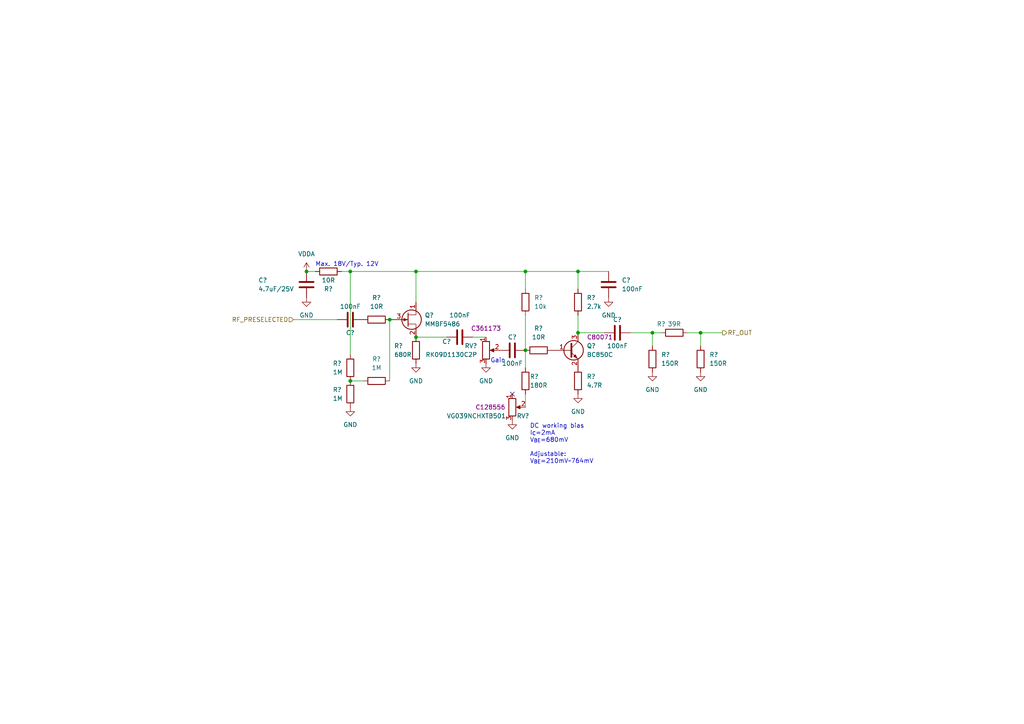
<source format=kicad_sch>
(kicad_sch (version 20211123) (generator eeschema)
  (paper "A4")
  (lib_symbols
    (symbol "Device:C" (pin_numbers hide) (pin_names (offset 0.254))
      (property "Reference" "C" (at 0.635 2.54 0))
      (property "Value" "C" (at 0.635 -2.54 0))
      (symbol "C_0_1"
        (polyline (pts (xy -2.032 -0.762) (xy 2.032 -0.762)) (stroke (width 0.508)))
        (polyline (pts (xy -2.032 0.762) (xy 2.032 0.762)) (stroke (width 0.508)))
      )
      (symbol "C_1_1"
        (pin passive line (at 0 3.81 270) (length 2.794) (name "~") (number "1"))
        (pin passive line (at 0 -3.81 90) (length 2.794) (name "~") (number "2"))
      )
    )
    (symbol "Device:Q_NJFET_DSG" (pin_names (offset 0) hide)
      (property "Reference" "Q" (at 5.08 1.27 0))
      (property "Value" "Q_NJFET_DSG" (at 5.08 -1.27 0))
      (symbol "Q_NJFET_DSG_0_1"
        (polyline (pts (xy 0.254 1.905) (xy 0.254 -1.905) (xy 0.254 -1.905)) (stroke (width 0.254)))
        (polyline (pts (xy 2.54 -2.54) (xy 2.54 -1.27) (xy 0.254 -1.27)))
        (polyline (pts (xy 2.54 2.54) (xy 2.54 1.397) (xy 0.254 1.397)))
        (polyline (pts (xy 0 0) (xy -1.016 0.381) (xy -1.016 -0.381) (xy 0 0)) (fill (type outline)))
        (circle (center 1.27 0) (radius 2.8194) (stroke (width 0.254)))
      )
      (symbol "Q_NJFET_DSG_1_1"
        (pin passive line (at 2.54 5.08 270) (length 2.54) (name "D") (number "1"))
        (pin passive line (at 2.54 -5.08 90) (length 2.54) (name "S") (number "2"))
        (pin input line (at -5.08 0 0) (length 5.334) (name "G") (number "3"))
      )
    )
    (symbol "Device:Q_NPN_BEC" (pin_names (offset 0) hide)
      (property "Reference" "Q" (at 5.08 1.27 0))
      (property "Value" "Q_NPN_BEC" (at 5.08 -1.27 0))
      (symbol "Q_NPN_BEC_0_1"
        (polyline (pts (xy 0.635 0.635) (xy 2.54 2.54)))
        (polyline (pts (xy 0.635 -0.635) (xy 2.54 -2.54) (xy 2.54 -2.54)))
        (polyline (pts (xy 0.635 1.905) (xy 0.635 -1.905) (xy 0.635 -1.905)) (stroke (width 0.508)))
        (polyline (pts (xy 1.27 -1.778) (xy 1.778 -1.27) (xy 2.286 -2.286) (xy 1.27 -1.778) (xy 1.27 -1.778)) (fill (type outline)))
        (circle (center 1.27 0) (radius 2.8194) (stroke (width 0.254)))
      )
      (symbol "Q_NPN_BEC_1_1"
        (pin input line (at -5.08 0 0) (length 5.715) (name "B") (number "1"))
        (pin passive line (at 2.54 -5.08 90) (length 2.54) (name "E") (number "2"))
        (pin passive line (at 2.54 5.08 270) (length 2.54) (name "C") (number "3"))
      )
    )
    (symbol "Device:R" (pin_numbers hide) (pin_names (offset 0))
      (property "Reference" "R" (at 2.032 0 90))
      (property "Value" "R" (at 0 0 90))
      (symbol "R_0_1"
        (rectangle (start -1.016 -2.54) (end 1.016 2.54) (stroke (width 0.254)))
      )
      (symbol "R_1_1"
        (pin passive line (at 0 3.81 270) (length 1.27) (name "~") (number "1"))
        (pin passive line (at 0 -3.81 90) (length 1.27) (name "~") (number "2"))
      )
    )
    (symbol "Device:R_Potentiometer" (pin_names (offset 1.016) hide)
      (property "Reference" "RV" (at -4.445 0 90))
      (property "Value" "R_Potentiometer" (at -2.54 0 90))
      (symbol "R_Potentiometer_0_1"
        (polyline (pts (xy 2.54 0) (xy 1.524 0)))
        (polyline (pts (xy 1.143 0) (xy 2.286 0.508) (xy 2.286 -0.508) (xy 1.143 0)) (fill (type outline)))
        (rectangle (start 1.016 2.54) (end -1.016 -2.54) (stroke (width 0.254)))
      )
      (symbol "R_Potentiometer_1_1"
        (pin passive line (at 0 3.81 270) (length 1.27) (name "1") (number "1"))
        (pin passive line (at 3.81 0 180) (length 1.27) (name "2") (number "2"))
        (pin passive line (at 0 -3.81 90) (length 1.27) (name "3") (number "3"))
      )
    )
    (symbol "power:GND" (power) (pin_names (offset 0))
      (property "Value" "GND" (at 0 -3.81 0))
      (symbol "GND_0_1"
        (polyline (pts (xy 0 0) (xy 0 -1.27) (xy 1.27 -1.27) (xy 0 -2.54) (xy -1.27 -1.27) (xy 0 -1.27)))
      )
      (symbol "GND_1_1"
        (pin power_in line (at 0 0 270) (length 0) hide (name "GND") (number "1"))
      )
    )
    (symbol "power:VDDA" (power) (pin_names (offset 0))
      (property "Value" "VDDA" (at 0 3.81 0))
      (symbol "VDDA_0_1"
        (polyline (pts (xy -0.762 1.27) (xy 0 2.54)))
        (polyline (pts (xy 0 0) (xy 0 2.54)))
        (polyline (pts (xy 0 2.54) (xy 0.762 1.27)))
      )
      (symbol "VDDA_1_1"
        (pin power_in line (at 0 0 90) (length 0) hide (name "VDDA") (number "1"))
      )
    )
  )
  (junction (at 120.65 78.74))
  (junction (at 167.64 96.52))
  (junction (at 189.23 96.52))
  (junction (at 152.4 78.74))
  (junction (at 203.2 96.52))
  (junction (at 101.6 78.74))
  (junction (at 152.4 101.6))
  (junction (at 113.03 92.71))
  (junction (at 167.64 78.74))
  (junction (at 120.65 97.79))
  (junction (at 88.9 78.74))
  (junction (at 101.6 110.49))
  (no_connect (at 148.59 114.3))
  (wire (pts (xy 101.6 78.74) (xy 101.6 102.87)))
  (wire (pts (xy 120.65 78.74) (xy 120.65 87.63)))
  (wire (pts (xy 189.23 96.52) (xy 191.77 96.52)))
  (wire (pts (xy 88.9 78.74) (xy 91.44 78.74)))
  (wire (pts (xy 152.4 101.6) (xy 152.4 106.68)))
  (wire (pts (xy 152.4 91.44) (xy 152.4 101.6)))
  (wire (pts (xy 85.09 92.71) (xy 97.79 92.71)))
  (wire (pts (xy 182.88 96.52) (xy 189.23 96.52)))
  (wire (pts (xy 113.03 92.71) (xy 113.03 110.49)))
  (wire (pts (xy 152.4 114.3) (xy 152.4 118.11)))
  (wire (pts (xy 99.06 78.74) (xy 101.6 78.74)))
  (wire (pts (xy 120.65 78.74) (xy 152.4 78.74)))
  (wire (pts (xy 137.16 97.79) (xy 140.97 97.79)))
  (wire (pts (xy 120.65 97.79) (xy 129.54 97.79)))
  (wire (pts (xy 101.6 110.49) (xy 105.41 110.49)))
  (wire (pts (xy 167.64 78.74) (xy 176.53 78.74)))
  (wire (pts (xy 189.23 96.52) (xy 189.23 100.33)))
  (wire (pts (xy 167.64 96.52) (xy 175.26 96.52)))
  (wire (pts (xy 167.64 78.74) (xy 167.64 83.82)))
  (wire (pts (xy 167.64 91.44) (xy 167.64 96.52)))
  (wire (pts (xy 152.4 78.74) (xy 152.4 83.82)))
  (wire (pts (xy 203.2 96.52) (xy 209.55 96.52)))
  (wire (pts (xy 199.39 96.52) (xy 203.2 96.52)))
  (wire (pts (xy 203.2 96.52) (xy 203.2 100.33)))
  (wire (pts (xy 152.4 78.74) (xy 167.64 78.74)))
  (wire (pts (xy 101.6 78.74) (xy 120.65 78.74)))
  (text "DC working bias\nI_{C}=2mA\nV_{BE}=680mV\n\nAdjustable:\nV_{BE}=210mV~764mV" (at 153.67 134.62 0) (effects (font (size 1.27 1.27)) (justify left bottom)))
  (text "Gain" (at 142.24 105.41 0) (effects (font (size 1.27 1.27)) (justify left bottom)))
  (text "Max. 18V/Typ. 12V" (at 91.44 77.47 0) (effects (font (size 1.27 1.27)) (justify left bottom)))
  (hierarchical_label "RF_OUT" (shape output) (at 209.55 96.52 0))
  (hierarchical_label "RF_PRESELECTED" (shape input) (at 85.09 92.71 180))
  (symbol (lib_id "power:GND") (at 167.64 114.3 0) (unit 1)
    (property "Reference" "#PWR?" (effects hide))
    (property "Value" "GND" (at 167.64 119.38 0))
  )
  (symbol (lib_id "Device:C") (at 148.59 101.6 90) (unit 1)
    (property "Reference" "C?" (at 148.59 97.79 90))
    (property "Value" "100nF" (at 148.59 105.41 90))
    (property "Footprint" "Capacitor_SMD:C_0603_1608Metric" (effects hide))
  )
  (symbol (lib_id "power:GND") (at 148.59 121.92 0) (unit 1)
    (property "Reference" "#PWR?" (effects hide))
    (property "Value" "GND" (at 148.59 127 0))
  )
  (symbol (lib_id "Device:R") (at 189.23 104.14 0) (unit 1)
    (property "Reference" "R?" (at 191.77 102.8699 0) (effects (justify left)))
    (property "Value" "150R" (at 191.77 105.4099 0) (effects (justify left)))
    (property "Footprint" "Resistor_SMD:R_0603_1608Metric" (effects hide))
  )
  (symbol (lib_id "Device:R") (at 156.21 101.6 90) (unit 1)
    (property "Reference" "R?" (at 156.21 95.25 90))
    (property "Value" "10R" (at 156.21 97.79 90))
    (property "Footprint" "Resistor_SMD:R_0603_1608Metric" (effects hide))
  )
  (symbol (lib_id "Device:C") (at 133.35 97.79 90) (unit 1)
    (property "Reference" "C?" (at 129.54 99.06 90))
    (property "Value" "100nF" (at 133.35 91.44 90))
    (property "Footprint" "Capacitor_SMD:C_0603_1608Metric" (effects hide))
  )
  (symbol (lib_id "power:GND") (at 189.23 107.95 0) (unit 1)
    (property "Reference" "#PWR?" (effects hide))
    (property "Value" "GND" (at 189.23 113.03 0))
  )
  (symbol (lib_id "power:GND") (at 120.65 105.41 0) (unit 1)
    (property "Reference" "#PWR?" (effects hide))
    (property "Value" "GND" (at 120.65 110.49 0))
  )
  (symbol (lib_id "Device:Q_NPN_BEC") (at 165.1 101.6 0) (unit 1)
    (property "Reference" "Q?" (at 170.18 100.3299 0) (effects (justify left)))
    (property "Value" "BC850C" (at 170.18 102.8699 0) (effects (justify left)))
    (property "Footprint" "Package_TO_SOT_SMD:TSOT-23" (effects hide))
    (property "MPN" "C80071" (at 173.99 97.79 0))
  )
  (symbol (lib_id "Device:R_Potentiometer") (at 140.97 101.6 0) (unit 1)
    (property "Reference" "RV?" (at 138.43 100.3299 0) (effects (justify right)))
    (property "Value" "RK09D1130C2P" (at 138.43 102.8699 0) (effects (justify right)))
    (property "MPN" "C361173" (at 140.97 95.25 0))
  )
  (symbol (lib_id "Device:R") (at 120.65 101.6 0) (unit 1)
    (property "Reference" "R?" (at 114.3 100.33 0) (effects (justify left)))
    (property "Value" "680R" (at 114.3 102.87 0) (effects (justify left)))
    (property "Footprint" "Resistor_SMD:R_0603_1608Metric" (effects hide))
  )
  (symbol (lib_id "Device:R") (at 195.58 96.52 90) (unit 1)
    (property "Reference" "R?" (at 191.77 93.98 90))
    (property "Value" "39R" (at 195.58 93.98 90))
    (property "Footprint" "Resistor_SMD:R_0603_1608Metric" (effects hide))
  )
  (symbol (lib_id "Device:R") (at 152.4 87.63 0) (unit 1)
    (property "Reference" "R?" (at 154.94 86.3599 0) (effects (justify left)))
    (property "Value" "10k" (at 154.94 88.8999 0) (effects (justify left)))
    (property "Footprint" "Resistor_SMD:R_0603_1608Metric" (effects hide))
  )
  (symbol (lib_id "Device:C") (at 101.6 92.71 90) (unit 1)
    (property "Reference" "C?" (at 101.6 96.52 90))
    (property "Value" "100nF" (at 101.6 88.9 90))
    (property "Footprint" "Capacitor_SMD:C_0603_1608Metric" (effects hide))
  )
  (symbol (lib_id "Device:R") (at 167.64 87.63 0) (unit 1)
    (property "Reference" "R?" (at 170.18 86.3599 0) (effects (justify left)))
    (property "Value" "2.7k" (at 170.18 88.8999 0) (effects (justify left)))
    (property "Footprint" "Resistor_SMD:R_0603_1608Metric" (effects hide))
  )
  (symbol (lib_id "power:VDDA") (at 88.9 78.74 0) (unit 1)
    (property "Reference" "#PWR?" (effects hide))
    (property "Value" "VDDA" (at 88.9 73.66 0))
  )
  (symbol (lib_id "Device:Q_NJFET_DSG") (at 118.11 92.71 0) (unit 1)
    (property "Reference" "Q?" (at 123.19 91.4399 0) (effects (justify left)))
    (property "Value" "MMBF5486" (at 123.19 93.9799 0) (effects (justify left)))
    (property "Footprint" "Package_TO_SOT_SMD:TSOT-23" (effects hide))
  )
  (symbol (lib_id "power:GND") (at 176.53 86.36 0) (unit 1)
    (property "Reference" "#PWR?" (effects hide))
    (property "Value" "GND" (at 176.53 91.44 0))
  )
  (symbol (lib_id "Device:R") (at 203.2 104.14 0) (unit 1)
    (property "Reference" "R?" (at 205.74 102.8699 0) (effects (justify left)))
    (property "Value" "150R" (at 205.74 105.4099 0) (effects (justify left)))
    (property "Footprint" "Resistor_SMD:R_0603_1608Metric" (effects hide))
  )
  (symbol (lib_id "Device:R") (at 101.6 114.3 180) (unit 1)
    (property "Reference" "R?" (at 96.52 113.03 0) (effects (justify right)))
    (property "Value" "1M" (at 96.52 115.57 0) (effects (justify right)))
    (property "Footprint" "Resistor_SMD:R_0603_1608Metric" (effects hide))
  )
  (symbol (lib_id "power:GND") (at 88.9 86.36 0) (unit 1)
    (property "Reference" "#PWR?" (effects hide))
    (property "Value" "GND" (at 88.9 91.44 0))
  )
  (symbol (lib_id "Device:C") (at 88.9 82.55 0) (unit 1)
    (property "Reference" "C?" (at 74.93 81.28 0) (effects (justify left)))
    (property "Value" "4.7uF/25V" (at 74.93 83.82 0) (effects (justify left)))
    (property "Footprint" "Capacitor_SMD:C_0805_2012Metric" (effects hide))
  )
  (symbol (lib_id "Device:C") (at 179.07 96.52 90) (unit 1)
    (property "Reference" "C?" (at 179.07 92.71 90))
    (property "Value" "100nF" (at 179.07 100.33 90))
    (property "Footprint" "Capacitor_SMD:C_0603_1608Metric" (effects hide))
  )
  (symbol (lib_id "Device:R_Potentiometer") (at 148.59 118.11 0) (unit 1)
    (property "Reference" "RV?" (at 149.86 120.65 0) (effects (justify left)))
    (property "Value" "VG039NCHXTB501" (at 129.54 120.65 0) (effects (justify left)))
    (property "Footprint" "Potentiometer_SMD:Potentiometer_Bourns_TC33X_Vertical" (effects hide))
    (property "MPN" "C128556" (at 142.24 118.11 0))
  )
  (symbol (lib_id "Device:R") (at 109.22 92.71 90) (unit 1)
    (property "Reference" "R?" (at 109.22 86.36 90))
    (property "Value" "10R" (at 109.22 88.9 90))
    (property "Footprint" "Resistor_SMD:R_0603_1608Metric" (effects hide))
  )
  (symbol (lib_id "power:GND") (at 140.97 105.41 0) (unit 1)
    (property "Reference" "#PWR?" (effects hide))
    (property "Value" "GND" (at 140.97 110.49 0))
  )
  (symbol (lib_id "Device:R") (at 152.4 110.49 0) (unit 1)
    (property "Reference" "R?" (at 153.67 109.22 0) (effects (justify left)))
    (property "Value" "180R" (at 153.67 111.76 0) (effects (justify left)))
    (property "Footprint" "Resistor_SMD:R_0603_1608Metric" (effects hide))
  )
  (symbol (lib_id "Device:R") (at 109.22 110.49 270) (unit 1)
    (property "Reference" "R?" (at 109.22 104.14 90))
    (property "Value" "1M" (at 109.22 106.68 90))
    (property "Footprint" "Resistor_SMD:R_0603_1608Metric" (effects hide))
  )
  (symbol (lib_id "Device:R") (at 167.64 110.49 0) (unit 1)
    (property "Reference" "R?" (at 170.18 109.2199 0) (effects (justify left)))
    (property "Value" "4.7R" (at 170.18 111.7599 0) (effects (justify left)))
    (property "Footprint" "Resistor_SMD:R_0603_1608Metric" (effects hide))
  )
  (symbol (lib_id "power:GND") (at 203.2 107.95 0) (unit 1)
    (property "Reference" "#PWR?" (effects hide))
    (property "Value" "GND" (at 203.2 113.03 0))
  )
  (symbol (lib_id "Device:R") (at 101.6 106.68 180) (unit 1)
    (property "Reference" "R?" (at 96.52 105.41 0) (effects (justify right)))
    (property "Value" "1M" (at 96.52 107.95 0) (effects (justify right)))
    (property "Footprint" "Resistor_SMD:R_0603_1608Metric" (effects hide))
  )
  (symbol (lib_id "Device:R") (at 95.25 78.74 90) (unit 1)
    (property "Reference" "R?" (at 95.25 83.82 90))
    (property "Value" "10R" (at 95.25 81.28 90))
  )
  (symbol (lib_id "power:GND") (at 101.6 118.11 0) (unit 1)
    (property "Reference" "#PWR?" (effects hide))
    (property "Value" "GND" (at 101.6 123.19 0))
  )
  (symbol (lib_id "Device:C") (at 176.53 82.55 0) (unit 1)
    (property "Reference" "C?" (at 180.34 81.2799 0) (effects (justify left)))
    (property "Value" "100nF" (at 180.34 83.8199 0) (effects (justify left)))
    (property "Footprint" "Capacitor_SMD:C_0603_1608Metric" (effects hide))
  )
)
</source>
